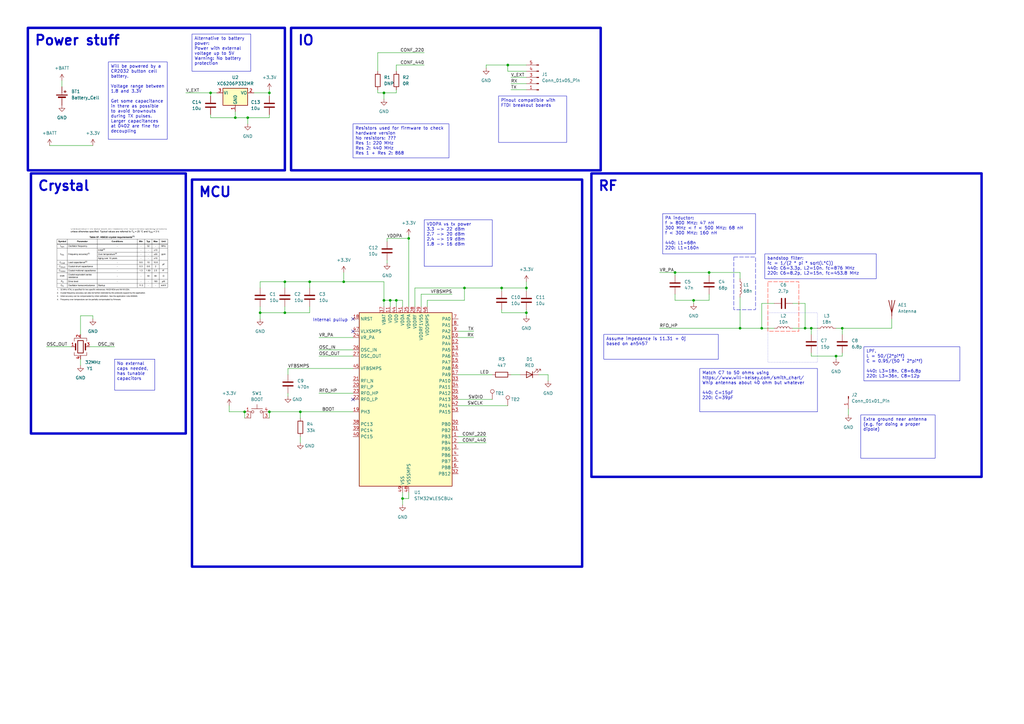
<source format=kicad_sch>
(kicad_sch (version 20230121) (generator eeschema)
  (paper "A3")
  (title_block (title "RF Beacon"))
  (lib_symbols
    (symbol "Connector:Conn_01x01_Pin" (pin_names (offset 1.016) hide)
      (property "Reference" "J" (at 0 2.54 0))
      (property "Value" "Conn_01x01_Pin" (at 0 -2.54 0))
      (symbol "Conn_01x01_Pin_1_1"
        (polyline (pts (xy 1.27 0) (xy 0.8636 0)) (stroke (width 0.1524)))
        (rectangle (start 0.8636 0.127) (end 0 -0.127) (stroke (width 0.1524)) (fill (type outline)))
        (pin passive line (at 5.08 0 180) (length 3.81) (name "Pin_1") (number "1"))
      )
    )
    (symbol "Connector:Conn_01x05_Pin" (pin_names (offset 1.016) hide)
      (property "Reference" "J" (at 0 7.62 0))
      (property "Value" "Conn_01x05_Pin" (at 0 -7.62 0))
      (symbol "Conn_01x05_Pin_1_1"
        (polyline (pts (xy 1.27 -5.08) (xy 0.8636 -5.08)) (stroke (width 0.1524)))
        (polyline (pts (xy 1.27 -2.54) (xy 0.8636 -2.54)) (stroke (width 0.1524)))
        (polyline (pts (xy 1.27 0) (xy 0.8636 0)) (stroke (width 0.1524)))
        (polyline (pts (xy 1.27 2.54) (xy 0.8636 2.54)) (stroke (width 0.1524)))
        (polyline (pts (xy 1.27 5.08) (xy 0.8636 5.08)) (stroke (width 0.1524)))
        (rectangle (start 0.8636 -4.953) (end 0 -5.207) (stroke (width 0.1524)) (fill (type outline)))
        (rectangle (start 0.8636 -2.413) (end 0 -2.667) (stroke (width 0.1524)) (fill (type outline)))
        (rectangle (start 0.8636 0.127) (end 0 -0.127) (stroke (width 0.1524)) (fill (type outline)))
        (rectangle (start 0.8636 2.667) (end 0 2.413) (stroke (width 0.1524)) (fill (type outline)))
        (rectangle (start 0.8636 5.207) (end 0 4.953) (stroke (width 0.1524)) (fill (type outline)))
        (pin passive line (at 5.08 5.08 180) (length 3.81) (name "Pin_1") (number "1"))
        (pin passive line (at 5.08 2.54 180) (length 3.81) (name "Pin_2") (number "2"))
        (pin passive line (at 5.08 0 180) (length 3.81) (name "Pin_3") (number "3"))
        (pin passive line (at 5.08 -2.54 180) (length 3.81) (name "Pin_4") (number "4"))
        (pin passive line (at 5.08 -5.08 180) (length 3.81) (name "Pin_5") (number "5"))
      )
    )
    (symbol "Connector:TestPoint" (pin_numbers hide) (pin_names (offset 0.762) hide)
      (property "Reference" "TP" (at 0 6.858 0))
      (property "Value" "TestPoint" (at 0 5.08 0))
      (symbol "TestPoint_0_1"
        (circle (center 0 3.302) (radius 0.762))
      )
      (symbol "TestPoint_1_1"
        (pin passive line (at 0 0 90) (length 2.54) (name "1") (number "1"))
      )
    )
    (symbol "Device:Antenna" (pin_numbers hide) (pin_names (offset 1.016) hide)
      (property "Reference" "AE" (at -1.905 1.905 0))
      (property "Value" "Antenna" (at -1.905 0 0))
      (symbol "Antenna_0_1"
        (polyline (pts (xy 0 2.54) (xy 0 -3.81)) (stroke (width 0.254)))
        (polyline (pts (xy 1.27 2.54) (xy 0 -2.54) (xy -1.27 2.54)) (stroke (width 0.254)))
      )
      (symbol "Antenna_1_1"
        (pin input line (at 0 -5.08 90) (length 2.54) (name "A") (number "1"))
      )
    )
    (symbol "Device:Battery_Cell" (pin_numbers hide) (pin_names (offset 0) hide)
      (property "Reference" "BT" (at 2.54 2.54 0))
      (property "Value" "Battery_Cell" (at 2.54 0 0))
      (symbol "Battery_Cell_0_1"
        (rectangle (start -2.286 1.778) (end 2.286 1.524) (fill (type outline)))
        (rectangle (start -1.524 1.016) (end 1.524 0.508) (fill (type outline)))
        (polyline (pts (xy 0 0.762) (xy 0 0)))
        (polyline (pts (xy 0 1.778) (xy 0 2.54)))
        (polyline (pts (xy 0.762 3.048) (xy 1.778 3.048)) (stroke (width 0.254)))
        (polyline (pts (xy 1.27 3.556) (xy 1.27 2.54)) (stroke (width 0.254)))
      )
      (symbol "Battery_Cell_1_1"
        (pin passive line (at 0 5.08 270) (length 2.54) (name "+") (number "1"))
        (pin passive line (at 0 -2.54 90) (length 2.54) (name "-") (number "2"))
      )
    )
    (symbol "Device:C" (pin_numbers hide) (pin_names (offset 0.254))
      (property "Reference" "C" (at 0.635 2.54 0))
      (property "Value" "C" (at 0.635 -2.54 0))
      (symbol "C_0_1"
        (polyline (pts (xy -2.032 -0.762) (xy 2.032 -0.762)) (stroke (width 0.508)))
        (polyline (pts (xy -2.032 0.762) (xy 2.032 0.762)) (stroke (width 0.508)))
      )
      (symbol "C_1_1"
        (pin passive line (at 0 3.81 270) (length 2.794) (name "~") (number "1"))
        (pin passive line (at 0 -3.81 90) (length 2.794) (name "~") (number "2"))
      )
    )
    (symbol "Device:Crystal_GND24" (pin_names (offset 1.016) hide)
      (property "Reference" "Y" (at 3.175 5.08 0))
      (property "Value" "Crystal_GND24" (at 3.175 3.175 0))
      (symbol "Crystal_GND24_0_1"
        (rectangle (start -1.143 2.54) (end 1.143 -2.54) (stroke (width 0.3048)))
        (polyline (pts (xy -2.54 0) (xy -2.032 0)))
        (polyline (pts (xy -2.032 -1.27) (xy -2.032 1.27)) (stroke (width 0.508)))
        (polyline (pts (xy 0 -3.81) (xy 0 -3.556)))
        (polyline (pts (xy 0 3.556) (xy 0 3.81)))
        (polyline (pts (xy 2.032 -1.27) (xy 2.032 1.27)) (stroke (width 0.508)))
        (polyline (pts (xy 2.032 0) (xy 2.54 0)))
        (polyline (pts (xy -2.54 -2.286) (xy -2.54 -3.556) (xy 2.54 -3.556) (xy 2.54 -2.286)))
        (polyline (pts (xy -2.54 2.286) (xy -2.54 3.556) (xy 2.54 3.556) (xy 2.54 2.286)))
      )
      (symbol "Crystal_GND24_1_1"
        (pin passive line (at -3.81 0 0) (length 1.27) (name "1") (number "1"))
        (pin passive line (at 0 5.08 270) (length 1.27) (name "2") (number "2"))
        (pin passive line (at 3.81 0 180) (length 1.27) (name "3") (number "3"))
        (pin passive line (at 0 -5.08 90) (length 1.27) (name "4") (number "4"))
      )
    )
    (symbol "Device:L" (pin_numbers hide) (pin_names (offset 1.016) hide)
      (property "Reference" "L" (at -1.27 0 90))
      (property "Value" "L" (at 1.905 0 90))
      (symbol "L_0_1"
        (arc (start 0 -2.54) (mid 0.6323 -1.905) (end 0 -1.27))
        (arc (start 0 -1.27) (mid 0.6323 -0.635) (end 0 0))
        (arc (start 0 0) (mid 0.6323 0.635) (end 0 1.27))
        (arc (start 0 1.27) (mid 0.6323 1.905) (end 0 2.54))
      )
      (symbol "L_1_1"
        (pin passive line (at 0 3.81 270) (length 1.27) (name "1") (number "1"))
        (pin passive line (at 0 -3.81 90) (length 1.27) (name "2") (number "2"))
      )
    )
    (symbol "Device:LED" (pin_numbers hide) (pin_names (offset 1.016) hide)
      (property "Reference" "D" (at 0 2.54 0))
      (property "Value" "LED" (at 0 -2.54 0))
      (symbol "LED_0_1"
        (polyline (pts (xy -1.27 -1.27) (xy -1.27 1.27)) (stroke (width 0.254)))
        (polyline (pts (xy -1.27 0) (xy 1.27 0)))
        (polyline (pts (xy 1.27 -1.27) (xy 1.27 1.27) (xy -1.27 0) (xy 1.27 -1.27)) (stroke (width 0.254)))
        (polyline (pts (xy -3.048 -0.762) (xy -4.572 -2.286) (xy -3.81 -2.286) (xy -4.572 -2.286) (xy -4.572 -1.524)))
        (polyline (pts (xy -1.778 -0.762) (xy -3.302 -2.286) (xy -2.54 -2.286) (xy -3.302 -2.286) (xy -3.302 -1.524)))
      )
      (symbol "LED_1_1"
        (pin passive line (at -3.81 0 0) (length 2.54) (name "K") (number "1"))
        (pin passive line (at 3.81 0 180) (length 2.54) (name "A") (number "2"))
      )
    )
    (symbol "Device:R" (pin_numbers hide) (pin_names (offset 0))
      (property "Reference" "R" (at 2.032 0 90))
      (property "Value" "R" (at 0 0 90))
      (symbol "R_0_1"
        (rectangle (start -1.016 -2.54) (end 1.016 2.54) (stroke (width 0.254)))
      )
      (symbol "R_1_1"
        (pin passive line (at 0 3.81 270) (length 1.27) (name "~") (number "1"))
        (pin passive line (at 0 -3.81 90) (length 1.27) (name "~") (number "2"))
      )
    )
    (symbol "MCU_ST_STM32WL:STM32WLE5CBUx"
      (property "Reference" "U" (at -17.78 36.83 0))
      (property "Value" "STM32WLE5CBUx" (at 12.7 36.83 0))
      (symbol "STM32WLE5CBUx_0_1"
        (rectangle (start -17.78 -35.56) (end 20.32 35.56) (stroke (width 0.254)) (fill (type background)))
      )
      (symbol "STM32WLE5CBUx_1_1"
        (pin bidirectional line (at 22.86 -15.24 180) (length 2.54) (name "PB3") (number "1"))
        (pin bidirectional line (at 22.86 25.4 180) (length 2.54) (name "PA3") (number "10"))
        (pin power_in line (at -5.08 38.1 270) (length 2.54) (name "VDD") (number "11"))
        (pin bidirectional line (at 22.86 22.86 180) (length 2.54) (name "PA4") (number "12"))
        (pin bidirectional line (at 22.86 20.32 180) (length 2.54) (name "PA5") (number "13"))
        (pin bidirectional line (at 22.86 17.78 180) (length 2.54) (name "PA6") (number "14"))
        (pin bidirectional line (at 22.86 15.24 180) (length 2.54) (name "PA7") (number "15"))
        (pin bidirectional line (at 22.86 12.7 180) (length 2.54) (name "PA8") (number "16"))
        (pin bidirectional line (at 22.86 10.16 180) (length 2.54) (name "PA9") (number "17"))
        (pin input line (at -20.32 33.02 0) (length 2.54) (name "NRST") (number "18"))
        (pin bidirectional line (at -20.32 -5.08 0) (length 2.54) (name "PH3") (number "19"))
        (pin bidirectional line (at 22.86 -17.78 180) (length 2.54) (name "PB4") (number "2"))
        (pin bidirectional line (at -20.32 5.08 0) (length 2.54) (name "RFI_P") (number "20"))
        (pin bidirectional line (at -20.32 7.62 0) (length 2.54) (name "RFI_N") (number "21"))
        (pin bidirectional line (at -20.32 0 0) (length 2.54) (name "RFO_LP") (number "22"))
        (pin bidirectional line (at -20.32 2.54 0) (length 2.54) (name "RFO_HP") (number "23"))
        (pin power_in line (at -20.32 25.4 0) (length 2.54) (name "VR_PA") (number "24"))
        (pin power_in line (at 2.54 38.1 270) (length 2.54) (name "VDDPA") (number "25"))
        (pin input line (at -20.32 20.32 0) (length 2.54) (name "OSC_IN") (number "26"))
        (pin input line (at -20.32 17.78 0) (length 2.54) (name "OSC_OUT") (number "27"))
        (pin power_in line (at 5.08 38.1 270) (length 2.54) (name "VDDRF") (number "28"))
        (pin power_in line (at 7.62 38.1 270) (length 2.54) (name "VDDRF1V55") (number "29"))
        (pin bidirectional line (at 22.86 -20.32 180) (length 2.54) (name "PB5") (number "3"))
        (pin bidirectional line (at 22.86 -10.16 180) (length 2.54) (name "PB0") (number "30"))
        (pin bidirectional line (at 22.86 -12.7 180) (length 2.54) (name "PB2") (number "31"))
        (pin bidirectional line (at 22.86 -30.48 180) (length 2.54) (name "PB12") (number "32"))
        (pin bidirectional line (at 22.86 7.62 180) (length 2.54) (name "PA10") (number "33"))
        (pin bidirectional line (at 22.86 5.08 180) (length 2.54) (name "PA11") (number "34"))
        (pin bidirectional line (at 22.86 2.54 180) (length 2.54) (name "PA12") (number "35"))
        (pin bidirectional line (at 22.86 0 180) (length 2.54) (name "PA13") (number "36"))
        (pin power_in line (at -7.62 38.1 270) (length 2.54) (name "VBAT") (number "37"))
        (pin bidirectional line (at -20.32 -10.16 0) (length 2.54) (name "PC13") (number "38"))
        (pin bidirectional line (at -20.32 -12.7 0) (length 2.54) (name "PC14") (number "39"))
        (pin bidirectional line (at 22.86 -22.86 180) (length 2.54) (name "PB6") (number "4"))
        (pin bidirectional line (at -20.32 -15.24 0) (length 2.54) (name "PC15") (number "40"))
        (pin power_in line (at 0 38.1 270) (length 2.54) (name "VDDA") (number "41"))
        (pin bidirectional line (at 22.86 -2.54 180) (length 2.54) (name "PA14") (number "42"))
        (pin bidirectional line (at 22.86 -5.08 180) (length 2.54) (name "PA15") (number "43"))
        (pin power_in line (at -2.54 38.1 270) (length 2.54) (name "VDD") (number "44"))
        (pin input line (at -20.32 12.7 0) (length 2.54) (name "VFBSMPS") (number "45"))
        (pin power_in line (at 10.16 38.1 270) (length 2.54) (name "VDDSMPS") (number "46"))
        (pin power_in line (at -20.32 27.94 0) (length 2.54) (name "VLXSMPS") (number "47"))
        (pin power_in line (at 2.54 -38.1 90) (length 2.54) (name "VSSSMPS") (number "48"))
        (pin power_in line (at 0 -38.1 90) (length 2.54) (name "VSS") (number "49"))
        (pin bidirectional line (at 22.86 -25.4 180) (length 2.54) (name "PB7") (number "5"))
        (pin bidirectional line (at 22.86 -27.94 180) (length 2.54) (name "PB8") (number "6"))
        (pin bidirectional line (at 22.86 33.02 180) (length 2.54) (name "PA0") (number "7"))
        (pin bidirectional line (at 22.86 30.48 180) (length 2.54) (name "PA1") (number "8"))
        (pin bidirectional line (at 22.86 27.94 180) (length 2.54) (name "PA2") (number "9"))
      )
    )
    (symbol "Regulator_Linear:XC6206PxxxMR" (pin_names (offset 0.254))
      (property "Reference" "U" (at -3.81 3.175 0))
      (property "Value" "XC6206PxxxMR" (at 0 3.175 0))
      (symbol "XC6206PxxxMR_0_1"
        (rectangle (start -5.08 1.905) (end 5.08 -5.08) (stroke (width 0.254)) (fill (type background)))
      )
      (symbol "XC6206PxxxMR_1_1"
        (pin power_in line (at 0 -7.62 90) (length 2.54) (name "GND") (number "1"))
        (pin power_out line (at 7.62 0 180) (length 2.54) (name "VO") (number "2"))
        (pin power_in line (at -7.62 0 0) (length 2.54) (name "VI") (number "3"))
      )
    )
    (symbol "Switch:SW_MEC_5E" (pin_names (offset 1.016) hide)
      (property "Reference" "SW" (at 0.635 5.715 0))
      (property "Value" "SW_MEC_5E" (at 0 -3.175 0))
      (symbol "SW_MEC_5E_0_1"
        (circle (center -1.778 2.54) (radius 0.508))
        (polyline (pts (xy -2.286 3.81) (xy 2.286 3.81)))
        (polyline (pts (xy 0 3.81) (xy 0 5.588)))
        (polyline (pts (xy -2.54 0) (xy -2.54 2.54) (xy -2.286 2.54)))
        (polyline (pts (xy 2.54 0) (xy 2.54 2.54) (xy 2.286 2.54)))
        (circle (center 1.778 2.54) (radius 0.508))
        (pin passive line (at -5.08 2.54 0) (length 2.54) (name "1") (number "1"))
        (pin passive line (at -5.08 0 0) (length 2.54) (name "2") (number "2"))
        (pin passive line (at 5.08 0 180) (length 2.54) (name "K") (number "3"))
        (pin passive line (at 5.08 2.54 180) (length 2.54) (name "A") (number "4"))
      )
    )
    (symbol "power:+3.3V" (power) (pin_names (offset 0))
      (property "Value" "+3.3V" (at 0 3.556 0))
      (symbol "+3.3V_0_1"
        (polyline (pts (xy -0.762 1.27) (xy 0 2.54)))
        (polyline (pts (xy 0 0) (xy 0 2.54)))
        (polyline (pts (xy 0 2.54) (xy 0.762 1.27)))
      )
      (symbol "+3.3V_1_1"
        (pin power_in line (at 0 0 90) (length 0) hide (name "+3.3V") (number "1"))
      )
    )
    (symbol "power:+BATT" (power) (pin_names (offset 0))
      (property "Value" "+BATT" (at 0 3.556 0))
      (symbol "+BATT_0_1"
        (polyline (pts (xy -0.762 1.27) (xy 0 2.54)))
        (polyline (pts (xy 0 0) (xy 0 2.54)))
        (polyline (pts (xy 0 2.54) (xy 0.762 1.27)))
      )
      (symbol "+BATT_1_1"
        (pin power_in line (at 0 0 90) (length 0) hide (name "+BATT") (number "1"))
      )
    )
    (symbol "power:GND" (power) (pin_names (offset 0))
      (property "Value" "GND" (at 0 -3.81 0))
      (symbol "GND_0_1"
        (polyline (pts (xy 0 0) (xy 0 -1.27) (xy 1.27 -1.27) (xy 0 -2.54) (xy -1.27 -1.27) (xy 0 -1.27)))
      )
      (symbol "GND_1_1"
        (pin power_in line (at 0 0 270) (length 0) hide (name "GND") (number "1"))
      )
    )
  )
  (junction (at 330.2 134.62))
  (junction (at 86.36 38.1))
  (junction (at 215.9 128.27))
  (junction (at 165.1 204.47))
  (junction (at 140.97 115.57))
  (junction (at 332.74 134.62))
  (junction (at 208.28 26.67))
  (junction (at 96.52 48.26))
  (junction (at 290.83 111.76))
  (junction (at 284.48 123.19))
  (junction (at 116.84 115.57))
  (junction (at 205.74 118.11))
  (junction (at 127 115.57))
  (junction (at 110.49 38.1))
  (junction (at 162.56 123.19))
  (junction (at 110.49 168.91))
  (junction (at 276.86 111.76))
  (junction (at 123.19 168.91))
  (junction (at 342.9 146.05))
  (junction (at 215.9 118.11))
  (junction (at 157.48 123.19))
  (junction (at 106.68 128.27))
  (junction (at 157.48 38.1))
  (junction (at 167.64 97.79))
  (junction (at 101.6 48.26))
  (junction (at 160.02 123.19))
  (junction (at 190.5 118.11))
  (junction (at 312.42 134.62))
  (junction (at 303.53 134.62))
  (junction (at 345.44 134.62))
  (junction (at 116.84 128.27))
  (junction (at 100.33 168.91))
  (no_connect (at 144.78 163.83))
  (no_connect (at 144.78 135.89))
  (no_connect (at 144.78 130.81))
  (wire (pts (xy 101.6 48.26) (xy 110.49 48.26)))
  (wire (pts (xy 86.36 38.1) (xy 86.36 39.37)))
  (wire (pts (xy 187.96 135.89) (xy 194.31 135.89)))
  (wire (pts (xy 104.14 38.1) (xy 110.49 38.1)))
  (wire (pts (xy 208.28 29.21) (xy 208.28 26.67)))
  (wire (pts (xy 303.53 121.92) (xy 303.53 134.62)))
  (wire (pts (xy 175.26 123.19) (xy 175.26 125.73)))
  (wire (pts (xy 154.94 21.59) (xy 173.99 21.59)))
  (wire (pts (xy 290.83 111.76) (xy 276.86 111.76)))
  (wire (pts (xy 172.72 125.73) (xy 172.72 120.65)))
  (wire (pts (xy 101.6 48.26) (xy 101.6 50.8)))
  (wire (pts (xy 162.56 123.19) (xy 165.1 123.19)))
  (wire (pts (xy 345.44 144.78) (xy 345.44 146.05)))
  (wire (pts (xy 209.55 34.29) (xy 215.9 34.29)))
  (wire (pts (xy 312.42 124.46) (xy 312.42 134.62)))
  (wire (pts (xy 175.26 123.19) (xy 190.5 123.19)))
  (wire (pts (xy 110.49 48.26) (xy 110.49 46.99)))
  (wire (pts (xy 86.36 48.26) (xy 96.52 48.26)))
  (wire (pts (xy 205.74 118.11) (xy 205.74 119.38)))
  (wire (pts (xy 332.74 146.05) (xy 342.9 146.05)))
  (wire (pts (xy 187.96 179.07) (xy 199.39 179.07)))
  (wire (pts (xy 220.98 153.67) (xy 224.79 153.67)))
  (wire (pts (xy 157.48 123.19) (xy 157.48 125.73)))
  (wire (pts (xy 187.96 163.83) (xy 201.93 163.83)))
  (wire (pts (xy 127 125.73) (xy 127 128.27)))
  (wire (pts (xy 130.81 138.43) (xy 144.78 138.43)))
  (wire (pts (xy 342.9 134.62) (xy 345.44 134.62)))
  (wire (pts (xy 215.9 118.11) (xy 205.74 118.11)))
  (wire (pts (xy 96.52 48.26) (xy 101.6 48.26)))
  (wire (pts (xy 303.53 134.62) (xy 312.42 134.62)))
  (wire (pts (xy 205.74 128.27) (xy 215.9 128.27)))
  (wire (pts (xy 127 115.57) (xy 127 118.11)))
  (wire (pts (xy 93.98 166.37) (xy 93.98 168.91)))
  (wire (pts (xy 154.94 38.1) (xy 157.48 38.1)))
  (wire (pts (xy 205.74 118.11) (xy 190.5 118.11)))
  (wire (pts (xy 167.64 97.79) (xy 167.64 125.73)))
  (wire (pts (xy 332.74 134.62) (xy 335.28 134.62)))
  (wire (pts (xy 187.96 153.67) (xy 201.93 153.67)))
  (wire (pts (xy 290.83 111.76) (xy 303.53 111.76)))
  (wire (pts (xy 33.02 129.54) (xy 38.1 129.54)))
  (wire (pts (xy 165.1 204.47) (xy 167.64 204.47)))
  (wire (pts (xy 123.19 168.91) (xy 144.78 168.91)))
  (wire (pts (xy 25.4 33.02) (xy 25.4 35.56)))
  (wire (pts (xy 110.49 168.91) (xy 110.49 171.45)))
  (wire (pts (xy 290.83 123.19) (xy 284.48 123.19)))
  (wire (pts (xy 116.84 128.27) (xy 116.84 125.73)))
  (wire (pts (xy 187.96 138.43) (xy 194.31 138.43)))
  (wire (pts (xy 330.2 134.62) (xy 332.74 134.62)))
  (wire (pts (xy 86.36 46.99) (xy 86.36 48.26)))
  (wire (pts (xy 365.76 134.62) (xy 365.76 130.81)))
  (wire (pts (xy 110.49 38.1) (xy 110.49 39.37)))
  (wire (pts (xy 290.83 120.65) (xy 290.83 123.19)))
  (wire (pts (xy 276.86 111.76) (xy 276.86 113.03)))
  (wire (pts (xy 38.1 129.54) (xy 38.1 130.81)))
  (wire (pts (xy 76.2 38.1) (xy 86.36 38.1)))
  (wire (pts (xy 130.81 161.29) (xy 144.78 161.29)))
  (wire (pts (xy 190.5 118.11) (xy 190.5 123.19)))
  (wire (pts (xy 312.42 134.62) (xy 317.5 134.62)))
  (wire (pts (xy 224.79 153.67) (xy 224.79 156.21)))
  (wire (pts (xy 162.56 123.19) (xy 162.56 125.73)))
  (wire (pts (xy 157.48 38.1) (xy 162.56 38.1)))
  (wire (pts (xy 127 115.57) (xy 140.97 115.57)))
  (wire (pts (xy 144.78 151.13) (xy 118.11 151.13)))
  (wire (pts (xy 93.98 168.91) (xy 100.33 168.91)))
  (wire (pts (xy 157.48 123.19) (xy 160.02 123.19)))
  (wire (pts (xy 106.68 115.57) (xy 106.68 118.11)))
  (wire (pts (xy 158.75 107.95) (xy 158.75 106.68)))
  (wire (pts (xy 303.53 111.76) (xy 303.53 114.3)))
  (wire (pts (xy 209.55 153.67) (xy 213.36 153.67)))
  (wire (pts (xy 165.1 204.47) (xy 165.1 207.01)))
  (wire (pts (xy 86.36 38.1) (xy 88.9 38.1)))
  (wire (pts (xy 140.97 111.76) (xy 140.97 115.57)))
  (wire (pts (xy 116.84 115.57) (xy 127 115.57)))
  (wire (pts (xy 165.1 201.93) (xy 165.1 204.47)))
  (wire (pts (xy 130.81 143.51) (xy 144.78 143.51)))
  (wire (pts (xy 123.19 168.91) (xy 123.19 171.45)))
  (wire (pts (xy 106.68 115.57) (xy 116.84 115.57)))
  (wire (pts (xy 325.12 134.62) (xy 330.2 134.62)))
  (wire (pts (xy 33.02 147.32) (xy 33.02 149.86)))
  (wire (pts (xy 162.56 29.21) (xy 162.56 26.67)))
  (wire (pts (xy 187.96 181.61) (xy 199.39 181.61)))
  (wire (pts (xy 96.52 45.72) (xy 96.52 48.26)))
  (wire (pts (xy 170.18 118.11) (xy 190.5 118.11)))
  (wire (pts (xy 270.51 134.62) (xy 303.53 134.62)))
  (wire (pts (xy 130.81 146.05) (xy 144.78 146.05)))
  (wire (pts (xy 290.83 111.76) (xy 290.83 113.03)))
  (wire (pts (xy 157.48 38.1) (xy 157.48 40.64)))
  (wire (pts (xy 345.44 134.62) (xy 365.76 134.62)))
  (wire (pts (xy 215.9 127) (xy 215.9 128.27)))
  (wire (pts (xy 100.33 168.91) (xy 100.33 171.45)))
  (wire (pts (xy 154.94 29.21) (xy 154.94 21.59)))
  (wire (pts (xy 110.49 168.91) (xy 123.19 168.91)))
  (wire (pts (xy 215.9 29.21) (xy 208.28 29.21)))
  (wire (pts (xy 158.75 97.79) (xy 167.64 97.79)))
  (wire (pts (xy 187.96 166.37) (xy 208.28 166.37)))
  (wire (pts (xy 215.9 119.38) (xy 215.9 118.11)))
  (wire (pts (xy 215.9 128.27) (xy 215.9 129.54)))
  (wire (pts (xy 284.48 123.19) (xy 276.86 123.19)))
  (wire (pts (xy 170.18 125.73) (xy 170.18 118.11)))
  (wire (pts (xy 20.32 59.69) (xy 38.1 59.69)))
  (wire (pts (xy 209.55 31.75) (xy 215.9 31.75)))
  (wire (pts (xy 106.68 130.81) (xy 106.68 128.27)))
  (wire (pts (xy 165.1 123.19) (xy 165.1 125.73)))
  (wire (pts (xy 209.55 36.83) (xy 215.9 36.83)))
  (wire (pts (xy 160.02 123.19) (xy 160.02 125.73)))
  (wire (pts (xy 172.72 120.65) (xy 185.42 120.65)))
  (wire (pts (xy 158.75 97.79) (xy 158.75 99.06)))
  (wire (pts (xy 33.02 137.16) (xy 33.02 129.54)))
  (wire (pts (xy 106.68 128.27) (xy 116.84 128.27)))
  (wire (pts (xy 199.39 26.67) (xy 208.28 26.67)))
  (wire (pts (xy 332.74 137.16) (xy 332.74 134.62)))
  (wire (pts (xy 332.74 146.05) (xy 332.74 144.78)))
  (wire (pts (xy 118.11 161.29) (xy 118.11 162.56)))
  (wire (pts (xy 106.68 128.27) (xy 106.68 125.73)))
  (wire (pts (xy 154.94 36.83) (xy 154.94 38.1)))
  (wire (pts (xy 330.2 134.62) (xy 330.2 124.46)))
  (wire (pts (xy 19.05 142.24) (xy 29.21 142.24)))
  (wire (pts (xy 157.48 115.57) (xy 157.48 123.19)))
  (wire (pts (xy 342.9 147.32) (xy 342.9 146.05)))
  (wire (pts (xy 284.48 123.19) (xy 284.48 124.46)))
  (wire (pts (xy 162.56 36.83) (xy 162.56 38.1)))
  (wire (pts (xy 140.97 115.57) (xy 157.48 115.57)))
  (wire (pts (xy 118.11 151.13) (xy 118.11 153.67)))
  (wire (pts (xy 325.12 124.46) (xy 330.2 124.46)))
  (wire (pts (xy 167.64 96.52) (xy 167.64 97.79)))
  (wire (pts (xy 276.86 120.65) (xy 276.86 123.19)))
  (wire (pts (xy 347.98 167.64) (xy 347.98 170.18)))
  (wire (pts (xy 160.02 123.19) (xy 162.56 123.19)))
  (wire (pts (xy 317.5 124.46) (xy 312.42 124.46)))
  (wire (pts (xy 345.44 134.62) (xy 345.44 137.16)))
  (wire (pts (xy 116.84 128.27) (xy 127 128.27)))
  (wire (pts (xy 110.49 36.83) (xy 110.49 38.1)))
  (wire (pts (xy 208.28 26.67) (xy 215.9 26.67)))
  (wire (pts (xy 342.9 146.05) (xy 345.44 146.05)))
  (wire (pts (xy 36.83 142.24) (xy 46.99 142.24)))
  (wire (pts (xy 199.39 27.94) (xy 199.39 26.67)))
  (wire (pts (xy 215.9 115.57) (xy 215.9 118.11)))
  (wire (pts (xy 205.74 127) (xy 205.74 128.27)))
  (wire (pts (xy 270.51 111.76) (xy 276.86 111.76)))
  (wire (pts (xy 162.56 26.67) (xy 173.99 26.67)))
  (wire (pts (xy 123.19 179.07) (xy 123.19 181.61)))
  (wire (pts (xy 116.84 115.57) (xy 116.84 118.11)))
  (wire (pts (xy 167.64 204.47) (xy 167.64 201.93)))
  (rectangle (start 300.99 105.41) (end 309.88 127) (stroke (width 0) (type dash)))
  (rectangle (start 119.38 11.43) (end 246.38 69.85) (stroke (width 1)))
  (rectangle (start 314.96 115.57) (end 327.66 135.89) (stroke (width 0) (type dash) (color 255 28 11 1)))
  (rectangle (start 242.57 71.12) (end 402.59 195.58) (stroke (width 1)))
  (rectangle (start 314.96 128.27) (end 335.28 148.59) (stroke (width 0) (type dot)))
  (rectangle (start 12.7 71.12) (end 76.2 177.8) (stroke (width 1)))
  (rectangle (start 78.74 73.66) (end 238.76 232.41) (stroke (width 1)))
  (rectangle (start 11.43 11.43) (end 116.84 69.85) (stroke (width 1)))
  (image (at 45.72 109.22) (scale 0.476904))
  (text_box "No external caps needed, has tunable capacitors\n" (at 46.99 147.32 0) (size 16.51 12.7) (effects (font (size 1.27 1.27)) (justify left top)))
  (text_box "Match C7 to 50 ohms using https://www.will-kelsey.com/smith_chart/\nWhip antennas about 40 ohm but whatever\n\n440: C=15pF\n220: C=39pF" (at 287.02 151.13 0) (size 48.26 17.78) (effects (font (size 1.27 1.27)) (justify left top)))
  (text_box "Resistors used for firmware to check hardware version\nNo resistors: ???\nRes 1: 220 MHz\nRes 2: 440 MHz \nRes 1 + Res 2: 868" (at 144.78 50.8 0) (size 39.37 13.97) (effects (font (size 1.27 1.27)) (justify left top)))
  (text_box "PA inductor:\nf > 800 MHz: 47 nH\n300 MHz < f < 500 MHz: 68 nH\nf < 300 MHz: 160 nH \n\n440: L1=68n\n220: L1=160n" (at 271.78 87.63 0) (size 38.1 16.51) (effects (font (size 1.27 1.27)) (justify left top)))
  (text_box "Extra ground near antenna (e.g. for doing a proper dipole)" (at 353.06 170.18 0) (size 30.48 17.78) (effects (font (size 1.27 1.27)) (justify left top)))
  (text_box "bandstop filter:\nfc = 1/(2 * pi * sqrt(L*C))\n440: C6=3.3p, L2=10n. fc=876 MHz\n220: C6=8.2p, L2=15n, fc=453.8 MHz" (at 313.69 104.14 0) (size 45.72 10.16) (effects (font (size 1.27 1.27)) (justify left top)))
  (text_box "VDDPA vs tx power\n3.3 -> 22 dBm\n2.7 -> 20 dBm\n2.4 -> 19 dBm\n1.8 -> 16 dBm\n" (at 173.99 90.17 0) (size 27.94 19.05) (effects (font (size 1.27 1.27)) (justify left top)))
  (text_box "Will be powered by a CR2032 button cell battery.\n\nVoltage range between 1.8 and 3.3V\n\nGet some capacitance in there as possible to avoid brownouts during TX pulses.\nLarger capacitances at 0402 are fine for decoupling" (at 44.45 25.4 0) (size 24.13 31.75) (effects (font (size 1.27 1.27)) (justify left top)))
  (text_box "Assume impedance is 11.31 + 0j\nbased on an5457" (at 247.65 137.16 0) (size 46.99 10.16) (effects (font (size 1.27 1.27)) (justify left top)))
  (text_box "LPF.\nL = 50/(2*pi*f)\nC = 0.95/(50 * 2*pi*f)\n\n440: L3=18n, C8=6.8p\n220: L3=36n, C8=12p" (at 354.33 142.24 0) (size 39.37 13.97) (effects (font (size 1.27 1.27)) (justify left top)))
  (text_box "Pinout compatible with FTDI breakout boards" (at 204.47 39.37 0) (size 27.94 19.05) (effects (font (size 1.27 1.27)) (justify left top)))
  (text_box "Alternative to battery power:\nPower with external voltage up to 5V\nWarning: No battery protection" (at 78.74 13.97 0) (size 24.13 15.24) (effects (font (size 1.27 1.27)) (justify left top)))
  (text "Power stuff" (at 13.97 19.05 0) (effects (font (size 4 4) (thickness 0.8) bold) (justify left bottom)))
  (text "MCU" (at 81.28 81.28 0) (effects (font (size 4 4) (thickness 0.8) bold) (justify left bottom)))
  (text "IO" (at 121.92 19.05 0) (effects (font (size 4 4) (thickness 0.8) bold) (justify left bottom)))
  (text "Crystal" (at 15.24 78.74 0) (effects (font (size 4 4) (thickness 0.8) bold) (justify left bottom)))
  (text "RF" (at 245.11 78.74 0) (effects (font (size 4 4) (thickness 0.8) bold) (justify left bottom)))
  (text "Internal pullup" (at 128.27 132.08 0) (effects (font (size 1.27 1.27)) (justify left bottom)))
  (label "RX" (at 194.31 138.43 180))
  (label "OSC_IN" (at 130.81 143.51 0))
  (label "VDDPA" (at 158.75 97.79 0))
  (label "V_EXT" (at 209.55 31.75 0))
  (label "LED" (at 196.85 153.67 0))
  (label "OSC_IN" (at 46.99 142.24 180))
  (label "SWCLK" (at 198.12 166.37 180))
  (label "CONF_220" (at 173.99 21.59 180))
  (label "OSC_OUT" (at 130.81 146.05 0))
  (label "BOOT" (at 132.08 168.91 0))
  (label "OSC_OUT" (at 19.05 142.24 0))
  (label "RX" (at 209.55 34.29 0))
  (label "TX" (at 194.31 135.89 180))
  (label "CONF_220" (at 199.39 179.07 180))
  (label "SWDIO" (at 198.12 163.83 180))
  (label "VR_PA" (at 130.81 138.43 0))
  (label "RFO_HP" (at 130.81 161.29 0))
  (label "VFBSMPS" (at 185.42 120.65 180))
  (label "CONF_440" (at 173.99 26.67 180))
  (label "CONF_440" (at 199.39 181.61 180))
  (label "RFO_HP" (at 270.51 134.62 0))
  (label "V_EXT" (at 76.2 38.1 0))
  (label "VFBSMPS" (at 118.11 151.13 0))
  (label "TX" (at 209.55 36.83 0))
  (label "VR_PA" (at 270.51 111.76 0))
  (symbol (lib_id "power:+3.3V") (at 110.49 36.83 0) (unit 1)
    (property "Reference" "#PWR010" (effects hide))
    (property "Value" "+3.3V" (at 110.49 31.75 0))
  )
  (symbol (lib_id "Device:Battery_Cell") (at 25.4 40.64 0) (unit 1)
    (property "Reference" "BT1" (at 29.21 37.5285 0) (effects (justify left)))
    (property "Value" "Battery_Cell" (at 29.21 40.0685 0) (effects (justify left)))
    (property "Footprint" "beacon_lib:MY-2032-12" (effects hide))
  )
  (symbol (lib_id "Device:C") (at 345.44 140.97 0) (unit 1)
    (property "Reference" "C8" (at 349.25 139.7 0) (effects (justify left)))
    (property "Value" "6.8p" (at 349.25 142.24 0) (effects (justify left)))
    (property "Footprint" "Capacitor_SMD:C_0402_1005Metric" (effects hide))
  )
  (symbol (lib_id "Device:L") (at 339.09 134.62 90) (unit 1)
    (property "Reference" "L3" (at 339.09 129.54 90))
    (property "Value" "18n" (at 339.09 132.08 90))
    (property "Footprint" "Inductor_SMD:L_0402_1005Metric" (effects hide))
  )
  (symbol (lib_id "power:GND") (at 33.02 149.86 0) (unit 1)
    (property "Reference" "#PWR03" (effects hide))
    (property "Value" "GND" (at 33.02 154.94 0))
  )
  (symbol (lib_id "Device:L") (at 303.53 118.11 0) (unit 1)
    (property "Reference" "L1" (at 304.8 116.84 0) (effects (justify left)))
    (property "Value" "68n" (at 304.8 119.38 0) (effects (justify left)))
    (property "Footprint" "Inductor_SMD:L_0402_1005Metric" (effects hide))
  )
  (symbol (lib_id "power:GND") (at 157.48 40.64 0) (unit 1)
    (property "Reference" "#PWR08" (effects hide))
    (property "Value" "GND" (at 157.48 45.72 0))
  )
  (symbol (lib_id "Connector:Conn_01x01_Pin") (at 347.98 162.56 270) (unit 1)
    (property "Reference" "J2" (at 349.25 161.925 90) (effects (justify left)))
    (property "Value" "Conn_01x01_Pin" (at 349.25 164.465 90) (effects (justify left)))
    (property "Footprint" "beacon_lib:small_pad" (effects hide))
  )
  (symbol (lib_id "power:GND") (at 158.75 107.95 0) (unit 1)
    (property "Reference" "#PWR018" (effects hide))
    (property "Value" "GND" (at 158.75 113.03 0))
  )
  (symbol (lib_id "Connector:TestPoint") (at 201.93 163.83 0) (unit 1)
    (property "Reference" "TP1" (at 203.2 161.29 0) (effects (justify left)))
    (property "Value" "~" (at 204.47 161.798 0) (effects (justify left)))
    (property "Footprint" "TestPoint:TestPoint_Pad_D1.0mm" (effects hide))
  )
  (symbol (lib_id "Device:C") (at 116.84 121.92 0) (unit 1)
    (property "Reference" "C2" (at 120.65 120.65 0) (effects (justify left)))
    (property "Value" "10u" (at 120.65 123.19 0) (effects (justify left)))
    (property "Footprint" "Capacitor_SMD:C_0402_1005Metric" (effects hide))
  )
  (symbol (lib_id "power:+BATT") (at 20.32 59.69 0) (unit 1)
    (property "Reference" "#PWR09" (effects hide))
    (property "Value" "+BATT" (at 20.32 54.61 0))
  )
  (symbol (lib_id "power:+3.3V") (at 38.1 59.69 0) (unit 1)
    (property "Reference" "#PWR016" (effects hide))
    (property "Value" "+3.3V" (at 38.1 54.61 0))
  )
  (symbol (lib_id "Connector:TestPoint") (at 208.28 166.37 0) (unit 1)
    (property "Reference" "TP2" (at 209.55 163.83 0) (effects (justify left)))
    (property "Value" "~" (at 210.82 164.338 0) (effects (justify left)))
    (property "Footprint" "TestPoint:TestPoint_Pad_D1.0mm" (effects hide))
  )
  (symbol (lib_id "Device:Crystal_GND24") (at 33.02 142.24 0) (unit 1)
    (property "Reference" "Y1" (at 36.83 151.13 0))
    (property "Value" "32MHz" (at 38.1 148.59 0))
    (property "Footprint" "Crystal:Crystal_SMD_2016-4Pin_2.0x1.6mm" (effects hide))
    (property "LCSC" "C383840" (effects hide))
  )
  (symbol (lib_id "power:GND") (at 25.4 43.18 0) (unit 1)
    (property "Reference" "#PWR02" (effects hide))
    (property "Value" "GND" (at 25.4 48.26 0))
  )
  (symbol (lib_id "Device:C") (at 215.9 123.19 0) (unit 1)
    (property "Reference" "C11" (at 219.71 121.92 0) (effects (justify left)))
    (property "Value" "10u" (at 219.71 124.46 0) (effects (justify left)))
    (property "Footprint" "Capacitor_SMD:C_0402_1005Metric" (effects hide))
  )
  (symbol (lib_id "Device:C") (at 205.74 123.19 0) (unit 1)
    (property "Reference" "C10" (at 209.55 121.92 0) (effects (justify left)))
    (property "Value" "10u" (at 209.55 124.46 0) (effects (justify left)))
    (property "Footprint" "Capacitor_SMD:C_0402_1005Metric" (effects hide))
  )
  (symbol (lib_id "power:GND") (at 38.1 130.81 0) (unit 1)
    (property "Reference" "#PWR04" (effects hide))
    (property "Value" "GND" (at 38.1 135.89 0))
  )
  (symbol (lib_id "power:GND") (at 101.6 50.8 0) (unit 1)
    (property "Reference" "#PWR019" (effects hide))
    (property "Value" "GND" (at 101.6 55.88 0))
  )
  (symbol (lib_id "Device:C") (at 127 121.92 0) (unit 1)
    (property "Reference" "C3" (at 130.81 120.65 0) (effects (justify left)))
    (property "Value" "10u" (at 130.81 123.19 0) (effects (justify left)))
    (property "Footprint" "Capacitor_SMD:C_0402_1005Metric" (effects hide))
  )
  (symbol (lib_id "Device:R") (at 162.56 33.02 0) (unit 1)
    (property "Reference" "R2" (at 165.1 31.75 0) (effects (justify left)))
    (property "Value" "0R" (at 165.1 34.29 0) (effects (justify left)))
    (property "Footprint" "Resistor_SMD:R_0402_1005Metric" (effects hide))
  )
  (symbol (lib_id "Device:LED") (at 217.17 153.67 180) (unit 1)
    (property "Reference" "D1" (at 217.17 147.32 0))
    (property "Value" "RED" (at 217.17 149.86 0))
    (property "Footprint" "LED_SMD:LED_0603_1608Metric" (effects hide))
  )
  (symbol (lib_id "power:GND") (at 123.19 181.61 0) (unit 1)
    (property "Reference" "#PWR023" (effects hide))
    (property "Value" "GND" (at 127 182.88 0))
  )
  (symbol (lib_id "MCU_ST_STM32WL:STM32WLE5CBUx") (at 165.1 163.83 0) (unit 1)
    (property "Reference" "U1" (at 169.8341 201.93 0) (effects (justify left)))
    (property "Value" "STM32WLE5CBUx" (at 169.8341 204.47 0) (effects (justify left)))
    (property "Footprint" "Package_DFN_QFN:QFN-48-1EP_7x7mm_P0.5mm_EP5.6x5.6mm" (effects hide))
    (property "Datasheet" "https://www.st.com/resource/en/datasheet/stm32wle5cb.pdf" (effects hide))
  )
  (symbol (lib_id "Device:R") (at 123.19 175.26 180) (unit 1)
    (property "Reference" "R4" (at 125.73 173.99 0) (effects (justify right)))
    (property "Value" "33k" (at 125.73 176.53 0) (effects (justify right)))
    (property "Footprint" "Resistor_SMD:R_0402_1005Metric" (effects hide))
  )
  (symbol (lib_id "Device:L") (at 321.31 134.62 90) (unit 1)
    (property "Reference" "L2" (at 321.31 129.54 90))
    (property "Value" "10n" (at 321.31 132.08 90))
    (property "Footprint" "Inductor_SMD:L_0402_1005Metric" (effects hide))
  )
  (symbol (lib_id "Device:R") (at 154.94 33.02 0) (unit 1)
    (property "Reference" "R1" (at 157.48 31.75 0) (effects (justify left)))
    (property "Value" "DNP" (at 157.48 34.29 0) (effects (justify left)))
    (property "Footprint" "Resistor_SMD:R_0402_1005Metric" (effects hide))
  )
  (symbol (lib_id "power:+3.3V") (at 93.98 166.37 0) (mirror y) (unit 1)
    (property "Reference" "#PWR022" (effects hide))
    (property "Value" "+3.3V" (at 93.98 161.29 0))
  )
  (symbol (lib_id "Device:C") (at 86.36 43.18 0) (unit 1)
    (property "Reference" "C14" (at 78.74 41.91 0) (effects (justify left)))
    (property "Value" "10u" (at 78.74 44.45 0) (effects (justify left)))
    (property "Footprint" "Capacitor_SMD:C_0402_1005Metric" (effects hide))
  )
  (symbol (lib_id "power:GND") (at 199.39 27.94 0) (unit 1)
    (property "Reference" "#PWR020" (effects hide))
    (property "Value" "GND" (at 199.39 33.02 0))
  )
  (symbol (lib_id "power:GND") (at 347.98 170.18 0) (unit 1)
    (property "Reference" "#PWR024" (effects hide))
    (property "Value" "GND" (at 347.98 175.26 0))
  )
  (symbol (lib_id "power:+3.3V") (at 167.64 96.52 0) (unit 1)
    (property "Reference" "#PWR017" (effects hide))
    (property "Value" "+3.3V" (at 167.64 91.44 0))
  )
  (symbol (lib_id "power:GND") (at 215.9 129.54 0) (unit 1)
    (property "Reference" "#PWR014" (effects hide))
    (property "Value" "GND" (at 215.9 134.62 0))
  )
  (symbol (lib_id "Device:Antenna") (at 365.76 125.73 0) (unit 1)
    (property "Reference" "AE1" (at 368.3 125.095 0) (effects (justify left)))
    (property "Value" "Antenna" (at 368.3 127.635 0) (effects (justify left)))
    (property "Footprint" "beacon_lib:whip_antenna" (effects hide))
  )
  (symbol (lib_id "Device:C") (at 110.49 43.18 0) (unit 1)
    (property "Reference" "C13" (at 102.87 41.91 0) (effects (justify left)))
    (property "Value" "10u" (at 102.87 44.45 0) (effects (justify left)))
    (property "Footprint" "Capacitor_SMD:C_0402_1005Metric" (effects hide))
  )
  (symbol (lib_id "Switch:SW_MEC_5E") (at 105.41 171.45 0) (unit 1)
    (property "Reference" "SW1" (at 105.41 161.29 0))
    (property "Value" "BOOT" (at 105.41 163.83 0))
    (property "Footprint" "beacon_lib:SW_1TS026A" (effects hide))
    (property "Datasheet" "http://www.apem.com/int/index.php?controller=attachment&id_attachment=1371" (effects hide))
  )
  (symbol (lib_id "power:GND") (at 224.79 156.21 0) (unit 1)
    (property "Reference" "#PWR021" (effects hide))
    (property "Value" "GND" (at 224.79 161.29 0))
  )
  (symbol (lib_id "power:GND") (at 118.11 162.56 0) (unit 1)
    (property "Reference" "#PWR015" (effects hide))
    (property "Value" "GND" (at 121.92 163.83 0))
  )
  (symbol (lib_id "Connector:Conn_01x05_Pin") (at 220.98 31.75 180) (unit 1)
    (property "Reference" "J1" (at 222.25 30.48 0) (effects (justify right)))
    (property "Value" "Conn_01x05_Pin" (at 222.25 33.02 0) (effects (justify right)))
    (property "Footprint" "beacon_lib:PinHeader_1x05_P2.54mm_Horizontal" (effects hide))
  )
  (symbol (lib_id "Device:C") (at 118.11 157.48 0) (unit 1)
    (property "Reference" "C9" (at 121.92 156.21 0) (effects (justify left)))
    (property "Value" "470n" (at 121.92 158.75 0) (effects (justify left)))
    (property "Footprint" "Capacitor_SMD:C_0402_1005Metric" (effects hide))
  )
  (symbol (lib_id "power:+3.3V") (at 140.97 111.76 0) (unit 1)
    (property "Reference" "#PWR012" (effects hide))
    (property "Value" "+3.3V" (at 140.97 106.68 0))
  )
  (symbol (lib_id "Device:C") (at 106.68 121.92 0) (unit 1)
    (property "Reference" "C1" (at 110.49 120.65 0) (effects (justify left)))
    (property "Value" "10u" (at 110.49 123.19 0) (effects (justify left)))
    (property "Footprint" "Capacitor_SMD:C_0402_1005Metric" (effects hide))
  )
  (symbol (lib_id "Device:C") (at 321.31 124.46 90) (unit 1)
    (property "Reference" "C6" (at 321.31 116.84 90))
    (property "Value" "2.7p" (at 321.31 119.38 90))
    (property "Footprint" "Capacitor_SMD:C_0402_1005Metric" (effects hide))
  )
  (symbol (lib_id "Device:C") (at 276.86 116.84 0) (unit 1)
    (property "Reference" "C5" (at 280.67 115.57 0) (effects (justify left)))
    (property "Value" "47n" (at 280.67 118.11 0) (effects (justify left)))
    (property "Footprint" "Capacitor_SMD:C_0402_1005Metric" (effects hide))
  )
  (symbol (lib_id "power:GND") (at 165.1 207.01 0) (unit 1)
    (property "Reference" "#PWR01" (effects hide))
    (property "Value" "GND" (at 165.1 212.09 0))
  )
  (symbol (lib_id "Device:C") (at 332.74 140.97 0) (unit 1)
    (property "Reference" "C7" (at 336.55 139.7 0) (effects (justify left)))
    (property "Value" "15p" (at 336.55 142.24 0) (effects (justify left)))
    (property "Footprint" "Capacitor_SMD:C_0402_1005Metric" (effects hide))
  )
  (symbol (lib_id "Device:C") (at 158.75 102.87 0) (unit 1)
    (property "Reference" "C12" (at 151.13 101.6 0) (effects (justify left)))
    (property "Value" "10u" (at 151.13 104.14 0) (effects (justify left)))
    (property "Footprint" "Capacitor_SMD:C_0402_1005Metric" (effects hide))
  )
  (symbol (lib_id "Device:C") (at 290.83 116.84 0) (unit 1)
    (property "Reference" "C4" (at 294.64 115.57 0) (effects (justify left)))
    (property "Value" "68p" (at 294.64 118.11 0) (effects (justify left)))
    (property "Footprint" "Capacitor_SMD:C_0402_1005Metric" (effects hide))
  )
  (symbol (lib_id "power:+BATT") (at 25.4 33.02 0) (unit 1)
    (property "Reference" "#PWR05" (effects hide))
    (property "Value" "+BATT" (at 25.4 27.94 0))
  )
  (symbol (lib_id "power:GND") (at 342.9 147.32 0) (unit 1)
    (property "Reference" "#PWR07" (effects hide))
    (property "Value" "GND" (at 342.9 152.4 0))
  )
  (symbol (lib_id "power:GND") (at 284.48 124.46 0) (unit 1)
    (property "Reference" "#PWR06" (effects hide))
    (property "Value" "GND" (at 284.48 129.54 0))
  )
  (symbol (lib_id "Device:R") (at 205.74 153.67 90) (unit 1)
    (property "Reference" "R3" (at 205.74 147.32 90))
    (property "Value" "4k7" (at 205.74 149.86 90))
    (property "Footprint" "Resistor_SMD:R_0402_1005Metric" (effects hide))
  )
  (symbol (lib_id "Regulator_Linear:XC6206PxxxMR") (at 96.52 38.1 0) (unit 1)
    (property "Reference" "U2" (at 96.52 31.75 0))
    (property "Value" "XC6206P332MR" (at 96.52 34.29 0))
    (property "Footprint" "Package_TO_SOT_SMD:SOT-23" (effects hide))
    (property "Datasheet" "https://www.torexsemi.com/file/xc6206/XC6206.pdf" (effects hide))
  )
  (symbol (lib_id "power:GND") (at 106.68 130.81 0) (unit 1)
    (property "Reference" "#PWR011" (effects hide))
    (property "Value" "GND" (at 106.68 135.89 0))
  )
  (symbol (lib_id "power:+3.3V") (at 215.9 115.57 0) (unit 1)
    (property "Reference" "#PWR013" (effects hide))
    (property "Value" "+3.3V" (at 215.9 110.49 0))
  )
)
</source>
